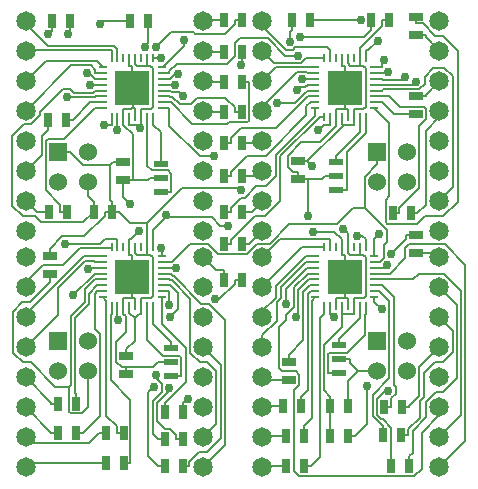
<source format=gtl>
G04 (created by PCBNEW (2013-mar-13)-testing) date Tue 23 Sep 2014 01:04:41 PM PDT*
%MOIN*%
G04 Gerber Fmt 3.4, Leading zero omitted, Abs format*
%FSLAX34Y34*%
G01*
G70*
G90*
G04 APERTURE LIST*
%ADD10C,0.005906*%
%ADD11R,0.045000X0.025000*%
%ADD12C,0.065000*%
%ADD13R,0.051200X0.019700*%
%ADD14R,0.030000X0.010000*%
%ADD15R,0.010000X0.030000*%
%ADD16R,0.118100X0.118100*%
%ADD17R,0.025000X0.045000*%
%ADD18R,0.060000X0.060000*%
%ADD19C,0.060000*%
%ADD20C,0.030000*%
%ADD21C,0.007000*%
G04 APERTURE END LIST*
G54D10*
G54D11*
X23897Y-24818D03*
X23897Y-25418D03*
G54D12*
X20669Y-20122D03*
X20669Y-21122D03*
X20669Y-22122D03*
X20669Y-23122D03*
X20669Y-24122D03*
X20669Y-25122D03*
X20669Y-26122D03*
X20669Y-27122D03*
X26574Y-27122D03*
X26574Y-26122D03*
X26574Y-25122D03*
X26574Y-24122D03*
X26574Y-23122D03*
X26574Y-22122D03*
X26574Y-21122D03*
X26574Y-20122D03*
X20669Y-27996D03*
X20669Y-28996D03*
X20669Y-29996D03*
X20669Y-30996D03*
X20669Y-31996D03*
X20669Y-32996D03*
X20669Y-33996D03*
X20669Y-34996D03*
X26574Y-34996D03*
X26574Y-33996D03*
X26574Y-32996D03*
X26574Y-31996D03*
X26574Y-30996D03*
X26574Y-29996D03*
X26574Y-28996D03*
X26574Y-27996D03*
X28543Y-20122D03*
X28543Y-21122D03*
X28543Y-22122D03*
X28543Y-23122D03*
X28543Y-24122D03*
X28543Y-25122D03*
X28543Y-26122D03*
X28543Y-27122D03*
X34448Y-27122D03*
X34448Y-26122D03*
X34448Y-25122D03*
X34448Y-24122D03*
X34448Y-23122D03*
X34448Y-22122D03*
X34448Y-21122D03*
X34448Y-20122D03*
X28543Y-27996D03*
X28543Y-28996D03*
X28543Y-29996D03*
X28543Y-30996D03*
X28543Y-31996D03*
X28543Y-32996D03*
X28543Y-33996D03*
X28543Y-34996D03*
X34448Y-34996D03*
X34448Y-33996D03*
X34448Y-32996D03*
X34448Y-31996D03*
X34448Y-30996D03*
X34448Y-29996D03*
X34448Y-28996D03*
X34448Y-27996D03*
G54D13*
X25157Y-25354D03*
X25157Y-24882D03*
X25157Y-25826D03*
X25492Y-31496D03*
X25492Y-31024D03*
X25492Y-31968D03*
X31003Y-25295D03*
X31003Y-25767D03*
X31003Y-24823D03*
X31102Y-31397D03*
X31102Y-31869D03*
X31102Y-30925D03*
G54D11*
X24015Y-31294D03*
X24015Y-31894D03*
G54D14*
X23228Y-22834D03*
X23228Y-22637D03*
X23228Y-22440D03*
X23228Y-23031D03*
G54D15*
X23523Y-23326D03*
X23720Y-23326D03*
X23917Y-23326D03*
X24114Y-23326D03*
X24310Y-23326D03*
X24507Y-23326D03*
X24704Y-23326D03*
X24901Y-23326D03*
G54D14*
X25196Y-21653D03*
X25196Y-23031D03*
X25196Y-22834D03*
X25196Y-22637D03*
X25196Y-22440D03*
X25196Y-22244D03*
X25196Y-22047D03*
X25196Y-21850D03*
G54D15*
X24901Y-21358D03*
X24704Y-21358D03*
X24507Y-21358D03*
X24310Y-21358D03*
X24114Y-21358D03*
X23917Y-21358D03*
X23720Y-21358D03*
X23523Y-21358D03*
G54D14*
X23228Y-21653D03*
X23228Y-21850D03*
X23228Y-22047D03*
X23228Y-22244D03*
G54D16*
X24212Y-22342D03*
G54D14*
X23228Y-29133D03*
X23228Y-28936D03*
X23228Y-28739D03*
X23228Y-29330D03*
G54D15*
X23523Y-29625D03*
X23720Y-29625D03*
X23917Y-29625D03*
X24114Y-29625D03*
X24310Y-29625D03*
X24507Y-29625D03*
X24704Y-29625D03*
X24901Y-29625D03*
G54D14*
X25196Y-27952D03*
X25196Y-29330D03*
X25196Y-29133D03*
X25196Y-28936D03*
X25196Y-28739D03*
X25196Y-28543D03*
X25196Y-28346D03*
X25196Y-28149D03*
G54D15*
X24901Y-27657D03*
X24704Y-27657D03*
X24507Y-27657D03*
X24310Y-27657D03*
X24114Y-27657D03*
X23917Y-27657D03*
X23720Y-27657D03*
X23523Y-27657D03*
G54D14*
X23228Y-27952D03*
X23228Y-28149D03*
X23228Y-28346D03*
X23228Y-28543D03*
G54D16*
X24212Y-28641D03*
G54D14*
X30315Y-22834D03*
X30315Y-22637D03*
X30315Y-22440D03*
X30315Y-23031D03*
G54D15*
X30610Y-23326D03*
X30807Y-23326D03*
X31004Y-23326D03*
X31201Y-23326D03*
X31397Y-23326D03*
X31594Y-23326D03*
X31791Y-23326D03*
X31988Y-23326D03*
G54D14*
X32283Y-21653D03*
X32283Y-23031D03*
X32283Y-22834D03*
X32283Y-22637D03*
X32283Y-22440D03*
X32283Y-22244D03*
X32283Y-22047D03*
X32283Y-21850D03*
G54D15*
X31988Y-21358D03*
X31791Y-21358D03*
X31594Y-21358D03*
X31397Y-21358D03*
X31201Y-21358D03*
X31004Y-21358D03*
X30807Y-21358D03*
X30610Y-21358D03*
G54D14*
X30315Y-21653D03*
X30315Y-21850D03*
X30315Y-22047D03*
X30315Y-22244D03*
G54D16*
X31299Y-22342D03*
G54D14*
X30315Y-29133D03*
X30315Y-28936D03*
X30315Y-28739D03*
X30315Y-29330D03*
G54D15*
X30610Y-29625D03*
X30807Y-29625D03*
X31004Y-29625D03*
X31201Y-29625D03*
X31397Y-29625D03*
X31594Y-29625D03*
X31791Y-29625D03*
X31988Y-29625D03*
G54D14*
X32283Y-27952D03*
X32283Y-29330D03*
X32283Y-29133D03*
X32283Y-28936D03*
X32283Y-28739D03*
X32283Y-28543D03*
X32283Y-28346D03*
X32283Y-28149D03*
G54D15*
X31988Y-27657D03*
X31791Y-27657D03*
X31594Y-27657D03*
X31397Y-27657D03*
X31201Y-27657D03*
X31004Y-27657D03*
X30807Y-27657D03*
X30610Y-27657D03*
G54D14*
X30315Y-27952D03*
X30315Y-28149D03*
X30315Y-28346D03*
X30315Y-28543D03*
G54D16*
X31299Y-28641D03*
G54D11*
X29724Y-24798D03*
X29724Y-25398D03*
G54D17*
X30802Y-32972D03*
X31402Y-32972D03*
X32613Y-32992D03*
X33213Y-32992D03*
X32574Y-33937D03*
X33174Y-33937D03*
X32849Y-34960D03*
X33449Y-34960D03*
G54D11*
X33661Y-27259D03*
X33661Y-27859D03*
G54D17*
X29925Y-34940D03*
X29325Y-34940D03*
X29925Y-33956D03*
X29325Y-33956D03*
X29827Y-32972D03*
X29227Y-32972D03*
G54D11*
X29429Y-31491D03*
X29429Y-32091D03*
G54D17*
X32888Y-26535D03*
X33488Y-26535D03*
G54D11*
X33661Y-23233D03*
X33661Y-22633D03*
X33661Y-19975D03*
X33661Y-20575D03*
G54D17*
X29522Y-20078D03*
X30122Y-20078D03*
X27259Y-27559D03*
X27859Y-27559D03*
X27259Y-26476D03*
X27859Y-26476D03*
X27259Y-25295D03*
X27859Y-25295D03*
X27259Y-24173D03*
X27859Y-24173D03*
X25290Y-34940D03*
X25890Y-34940D03*
X25290Y-34055D03*
X25890Y-34055D03*
X25290Y-33169D03*
X25890Y-33169D03*
X27859Y-28740D03*
X27259Y-28740D03*
X23922Y-34842D03*
X23322Y-34842D03*
X23922Y-33858D03*
X23322Y-33858D03*
X22347Y-33858D03*
X21747Y-33858D03*
X22347Y-32874D03*
X21747Y-32874D03*
X27859Y-23149D03*
X27259Y-23149D03*
X27859Y-22165D03*
X27259Y-22165D03*
X27859Y-21141D03*
X27259Y-21141D03*
X27859Y-20078D03*
X27259Y-20078D03*
X24748Y-20118D03*
X24148Y-20118D03*
X22051Y-26476D03*
X21451Y-26476D03*
X21992Y-23425D03*
X21392Y-23425D03*
X22150Y-20118D03*
X21550Y-20118D03*
X31402Y-33956D03*
X30802Y-33956D03*
X32180Y-20078D03*
X32780Y-20078D03*
G54D11*
X21456Y-28548D03*
X21456Y-27948D03*
G54D17*
X22928Y-26476D03*
X23528Y-26476D03*
G54D18*
X21744Y-24500D03*
G54D19*
X21744Y-25500D03*
X22744Y-24500D03*
X22744Y-25500D03*
G54D18*
X21744Y-30799D03*
G54D19*
X21744Y-31799D03*
X22744Y-30799D03*
X22744Y-31799D03*
G54D18*
X32374Y-24500D03*
G54D19*
X32374Y-25500D03*
X33374Y-24500D03*
X33374Y-25500D03*
G54D18*
X32374Y-30799D03*
G54D19*
X32374Y-31799D03*
X33374Y-30799D03*
X33374Y-31799D03*
G54D20*
X30212Y-24956D03*
X24466Y-23704D03*
X27850Y-25753D03*
X31241Y-27050D03*
X22082Y-20569D03*
X22038Y-22649D03*
X24634Y-20983D03*
X23263Y-23581D03*
X25015Y-20987D03*
X23720Y-23754D03*
X26982Y-29391D03*
X23745Y-30079D03*
X29455Y-20831D03*
X30415Y-23763D03*
X32849Y-27884D03*
X30926Y-29998D03*
X27846Y-21597D03*
X26941Y-24622D03*
X32744Y-32442D03*
X32529Y-29725D03*
X25015Y-31910D03*
X25454Y-29586D03*
X24933Y-32316D03*
X25467Y-29978D03*
X25745Y-21878D03*
X25678Y-28372D03*
X33307Y-21985D03*
X32716Y-28255D03*
X25174Y-27678D03*
X25933Y-20758D03*
X32607Y-21434D03*
X32449Y-27223D03*
X29733Y-21275D03*
X32729Y-21834D03*
X29044Y-22845D03*
X29796Y-20644D03*
X32025Y-32283D03*
X29658Y-29990D03*
X21976Y-27561D03*
X22703Y-21864D03*
X22751Y-28392D03*
X29875Y-22065D03*
X29354Y-29543D03*
X22800Y-22244D03*
X22227Y-29266D03*
X29699Y-22413D03*
X25895Y-22631D03*
X25634Y-22251D03*
X33681Y-22145D03*
X31716Y-27281D03*
X25175Y-21354D03*
X25330Y-26601D03*
X32412Y-20776D03*
X27417Y-26940D03*
X24440Y-27134D03*
X24145Y-26226D03*
X30238Y-27146D03*
X30055Y-26636D03*
X26061Y-32715D03*
X25451Y-32346D03*
X31823Y-20078D03*
X23128Y-20216D03*
X21420Y-20570D03*
G54D21*
X24114Y-29625D02*
X24114Y-29845D01*
X24015Y-31294D02*
X24015Y-31064D01*
X24704Y-21358D02*
X24704Y-21578D01*
X24310Y-21546D02*
X24310Y-21358D01*
X24377Y-21613D02*
X24310Y-21546D01*
X24669Y-21613D02*
X24377Y-21613D01*
X24704Y-21578D02*
X24669Y-21613D01*
X24507Y-23326D02*
X24507Y-23071D01*
X24838Y-23071D02*
X24507Y-23071D01*
X24908Y-23002D02*
X24838Y-23071D01*
X24908Y-21702D02*
X24908Y-23002D01*
X24819Y-21613D02*
X24908Y-21702D01*
X24739Y-21613D02*
X24819Y-21613D01*
X24704Y-21578D02*
X24739Y-21613D01*
X24507Y-23326D02*
X24507Y-23581D01*
X24114Y-23326D02*
X24114Y-23581D01*
X31791Y-27657D02*
X31791Y-27912D01*
X31915Y-21613D02*
X31791Y-21613D01*
X31994Y-21692D02*
X31915Y-21613D01*
X31994Y-22995D02*
X31994Y-21692D01*
X31918Y-23071D02*
X31994Y-22995D01*
X31594Y-23071D02*
X31918Y-23071D01*
X24507Y-29625D02*
X24507Y-29880D01*
X24435Y-29880D02*
X24292Y-30023D01*
X24507Y-29880D02*
X24435Y-29880D01*
X24292Y-30787D02*
X24292Y-30023D01*
X24015Y-31064D02*
X24292Y-30787D01*
X24292Y-30023D02*
X24114Y-29845D01*
X31594Y-29880D02*
X31201Y-29880D01*
X31594Y-29625D02*
X31594Y-29880D01*
X31201Y-29625D02*
X31201Y-29880D01*
X30802Y-33956D02*
X30802Y-32972D01*
X31201Y-30319D02*
X31201Y-29880D01*
X30596Y-30924D02*
X31201Y-30319D01*
X30596Y-32436D02*
X30596Y-30924D01*
X30802Y-32642D02*
X30596Y-32436D01*
X30802Y-32972D02*
X30802Y-32642D01*
X31464Y-27912D02*
X31791Y-27912D01*
X31397Y-27845D02*
X31464Y-27912D01*
X31397Y-27657D02*
X31397Y-27845D01*
X31925Y-29370D02*
X31594Y-29370D01*
X31994Y-29301D02*
X31925Y-29370D01*
X31994Y-28004D02*
X31994Y-29301D01*
X31903Y-27912D02*
X31994Y-28004D01*
X31791Y-27912D02*
X31903Y-27912D01*
X31594Y-29625D02*
X31594Y-29370D01*
X31791Y-21358D02*
X31791Y-21578D01*
X31791Y-21578D02*
X31791Y-21613D01*
X31397Y-21538D02*
X31397Y-21358D01*
X31472Y-21613D02*
X31397Y-21538D01*
X31791Y-21613D02*
X31472Y-21613D01*
X32780Y-20078D02*
X32550Y-20078D01*
X24838Y-29370D02*
X24507Y-29370D01*
X24908Y-29301D02*
X24838Y-29370D01*
X24908Y-28002D02*
X24908Y-29301D01*
X24818Y-27912D02*
X24908Y-28002D01*
X24704Y-27912D02*
X24818Y-27912D01*
X24704Y-27657D02*
X24704Y-27912D01*
X24507Y-29625D02*
X24507Y-29370D01*
X31594Y-23234D02*
X31594Y-23071D01*
X21456Y-27948D02*
X21456Y-27717D01*
X21744Y-24500D02*
X22149Y-24500D01*
X23897Y-24818D02*
X23567Y-24818D01*
X21868Y-27306D02*
X21456Y-27717D01*
X22612Y-27306D02*
X21868Y-27306D01*
X23298Y-26620D02*
X22612Y-27306D01*
X23298Y-26476D02*
X23298Y-26620D01*
X23528Y-26476D02*
X23298Y-26476D01*
X23528Y-26476D02*
X23528Y-26146D01*
X29724Y-24798D02*
X30054Y-24798D01*
X31594Y-23234D02*
X31594Y-23326D01*
X31594Y-23326D02*
X31594Y-23581D01*
X31201Y-23326D02*
X31201Y-23549D01*
X31594Y-23581D02*
X31233Y-23581D01*
X31201Y-23549D02*
X31233Y-23581D01*
X31201Y-23549D02*
X31201Y-23549D01*
X30054Y-24798D02*
X30212Y-24956D01*
X31233Y-23619D02*
X30054Y-24798D01*
X31233Y-23581D02*
X31233Y-23619D01*
X24135Y-23602D02*
X24466Y-23602D01*
X24114Y-23581D02*
X24135Y-23602D01*
X24486Y-23602D02*
X24507Y-23581D01*
X24466Y-23602D02*
X24486Y-23602D01*
X24466Y-23704D02*
X24466Y-23602D01*
X24704Y-27657D02*
X24704Y-27402D01*
X24377Y-27912D02*
X24704Y-27912D01*
X24310Y-27845D02*
X24377Y-27912D01*
X24310Y-27657D02*
X24310Y-27845D01*
X27786Y-25689D02*
X27850Y-25753D01*
X25880Y-25689D02*
X27786Y-25689D01*
X24704Y-26866D02*
X25880Y-25689D01*
X24704Y-26866D02*
X24704Y-27402D01*
X24148Y-26866D02*
X24704Y-26866D01*
X23758Y-26476D02*
X24148Y-26866D01*
X23528Y-26476D02*
X23758Y-26476D01*
X31791Y-21036D02*
X31791Y-21358D01*
X32550Y-20277D02*
X31791Y-21036D01*
X32550Y-20078D02*
X32550Y-20277D01*
X23476Y-26094D02*
X23476Y-24909D01*
X23528Y-26146D02*
X23476Y-26094D01*
X22558Y-24909D02*
X23476Y-24909D01*
X22149Y-24500D02*
X22558Y-24909D01*
X23476Y-24909D02*
X23567Y-24818D01*
X31397Y-27206D02*
X31397Y-27657D01*
X31241Y-27050D02*
X31397Y-27206D01*
X22961Y-22649D02*
X22973Y-22637D01*
X22038Y-22649D02*
X22961Y-22649D01*
X23228Y-22637D02*
X22973Y-22637D01*
X22082Y-20516D02*
X22082Y-20569D01*
X22150Y-20448D02*
X22082Y-20516D01*
X22150Y-20118D02*
X22150Y-20448D01*
X22347Y-32874D02*
X22347Y-32543D01*
X23051Y-28936D02*
X23228Y-28936D01*
X22780Y-29207D02*
X23051Y-28936D01*
X22780Y-29551D02*
X22780Y-29207D01*
X22312Y-30019D02*
X22780Y-29551D01*
X22312Y-32509D02*
X22312Y-30019D01*
X22347Y-32543D02*
X22312Y-32509D01*
X29009Y-23687D02*
X30060Y-22637D01*
X27830Y-23687D02*
X29009Y-23687D01*
X27489Y-24029D02*
X27830Y-23687D01*
X27489Y-24173D02*
X27489Y-24029D01*
X27259Y-24173D02*
X27489Y-24173D01*
X30315Y-22637D02*
X30060Y-22637D01*
X30150Y-28936D02*
X30315Y-28936D01*
X29917Y-29169D02*
X30150Y-28936D01*
X29917Y-30772D02*
X29917Y-29169D01*
X29429Y-31261D02*
X29917Y-30772D01*
X29429Y-31491D02*
X29429Y-31261D01*
X21992Y-23425D02*
X22223Y-23425D01*
X22813Y-22834D02*
X23228Y-22834D01*
X22223Y-23425D02*
X22813Y-22834D01*
X23052Y-29133D02*
X23228Y-29133D01*
X22973Y-29212D02*
X23052Y-29133D01*
X22973Y-30394D02*
X22973Y-29212D01*
X23150Y-30571D02*
X22973Y-30394D01*
X23150Y-33284D02*
X23150Y-30571D01*
X22577Y-33858D02*
X23150Y-33284D01*
X22347Y-33858D02*
X22577Y-33858D01*
X30156Y-22834D02*
X30315Y-22834D01*
X30019Y-22971D02*
X30156Y-22834D01*
X30019Y-23257D02*
X30019Y-22971D01*
X28663Y-24613D02*
X30019Y-23257D01*
X28027Y-24613D02*
X28663Y-24613D01*
X27489Y-25151D02*
X28027Y-24613D01*
X27489Y-25295D02*
X27489Y-25151D01*
X27259Y-25295D02*
X27489Y-25295D01*
X29827Y-32972D02*
X29827Y-32642D01*
X30156Y-29133D02*
X30315Y-29133D01*
X30058Y-29232D02*
X30156Y-29133D01*
X30058Y-32411D02*
X30058Y-29232D01*
X29827Y-32642D02*
X30058Y-32411D01*
X21947Y-24057D02*
X22973Y-23031D01*
X21407Y-24057D02*
X21947Y-24057D01*
X21338Y-24125D02*
X21407Y-24057D01*
X21338Y-25763D02*
X21338Y-24125D01*
X21821Y-26246D02*
X21338Y-25763D01*
X21821Y-26476D02*
X21821Y-26246D01*
X22051Y-26476D02*
X21821Y-26476D01*
X23228Y-23031D02*
X22973Y-23031D01*
X23349Y-29452D02*
X23228Y-29330D01*
X23349Y-33286D02*
X23349Y-29452D01*
X23691Y-33628D02*
X23349Y-33286D01*
X23691Y-33858D02*
X23691Y-33628D01*
X23922Y-33858D02*
X23691Y-33858D01*
X27259Y-26476D02*
X27489Y-26476D01*
X30315Y-23273D02*
X30315Y-23031D01*
X29001Y-24586D02*
X30315Y-23273D01*
X29001Y-25284D02*
X29001Y-24586D01*
X28663Y-25622D02*
X29001Y-25284D01*
X28343Y-25622D02*
X28663Y-25622D01*
X27956Y-26009D02*
X28343Y-25622D01*
X27823Y-26009D02*
X27956Y-26009D01*
X27489Y-26343D02*
X27823Y-26009D01*
X27489Y-26476D02*
X27489Y-26343D01*
X29925Y-33956D02*
X29925Y-33626D01*
X30198Y-33354D02*
X29925Y-33626D01*
X30198Y-29447D02*
X30198Y-33354D01*
X30315Y-29330D02*
X30198Y-29447D01*
X23523Y-23326D02*
X23523Y-23581D01*
X23523Y-23581D02*
X23263Y-23581D01*
X24748Y-20869D02*
X24634Y-20983D01*
X24748Y-20118D02*
X24748Y-20869D01*
X23922Y-34842D02*
X24152Y-34842D01*
X23523Y-29625D02*
X23523Y-29880D01*
X23490Y-29914D02*
X23523Y-29880D01*
X23490Y-32100D02*
X23490Y-29914D01*
X24152Y-32762D02*
X23490Y-32100D01*
X24152Y-34842D02*
X24152Y-32762D01*
X30460Y-23326D02*
X30610Y-23326D01*
X29148Y-24638D02*
X30460Y-23326D01*
X29148Y-26127D02*
X29148Y-24638D01*
X28653Y-26622D02*
X29148Y-26127D01*
X28289Y-26622D02*
X28653Y-26622D01*
X27489Y-27422D02*
X28289Y-26622D01*
X27489Y-27559D02*
X27489Y-27422D01*
X27259Y-27559D02*
X27489Y-27559D01*
X30455Y-30035D02*
X30610Y-29880D01*
X30455Y-34641D02*
X30455Y-30035D01*
X30156Y-34940D02*
X30455Y-34641D01*
X29925Y-34940D02*
X30156Y-34940D01*
X30610Y-29625D02*
X30610Y-29880D01*
X23720Y-23754D02*
X23720Y-23326D01*
X27859Y-20078D02*
X27628Y-20078D01*
X25502Y-20501D02*
X25015Y-20987D01*
X26256Y-20501D02*
X25502Y-20501D01*
X26311Y-20556D02*
X26256Y-20501D01*
X27294Y-20556D02*
X26311Y-20556D01*
X27628Y-20221D02*
X27294Y-20556D01*
X27628Y-20078D02*
X27628Y-20221D01*
X27859Y-28740D02*
X27628Y-28740D01*
X27114Y-29391D02*
X26982Y-29391D01*
X27628Y-28876D02*
X27114Y-29391D01*
X27628Y-28740D02*
X27628Y-28876D01*
X23720Y-30054D02*
X23745Y-30079D01*
X23720Y-29625D02*
X23720Y-30054D01*
X30596Y-23581D02*
X30415Y-23763D01*
X30807Y-23581D02*
X30596Y-23581D01*
X29522Y-20078D02*
X29522Y-20408D01*
X29455Y-20476D02*
X29455Y-20831D01*
X29522Y-20408D02*
X29455Y-20476D01*
X30807Y-23326D02*
X30807Y-23581D01*
X30808Y-29880D02*
X30926Y-29998D01*
X30807Y-29880D02*
X30808Y-29880D01*
X33661Y-27259D02*
X33331Y-27259D01*
X30807Y-29625D02*
X30807Y-29880D01*
X33331Y-27403D02*
X32849Y-27884D01*
X33331Y-27259D02*
X33331Y-27403D01*
X25451Y-23607D02*
X25451Y-23031D01*
X26465Y-24622D02*
X25451Y-23607D01*
X26941Y-24622D02*
X26465Y-24622D01*
X25196Y-23031D02*
X25451Y-23031D01*
X27859Y-21584D02*
X27846Y-21597D01*
X27859Y-21141D02*
X27859Y-21584D01*
X25290Y-33169D02*
X25290Y-32839D01*
X25323Y-32839D02*
X25290Y-32839D01*
X25993Y-32169D02*
X25323Y-32839D01*
X25993Y-31015D02*
X25993Y-32169D01*
X25196Y-30218D02*
X25993Y-31015D01*
X25196Y-29330D02*
X25196Y-30218D01*
X32783Y-23531D02*
X32283Y-23031D01*
X32783Y-25955D02*
X32783Y-23531D01*
X32658Y-26079D02*
X32783Y-25955D01*
X32658Y-26834D02*
X32658Y-26079D01*
X32702Y-26877D02*
X32658Y-26834D01*
X33713Y-26877D02*
X32702Y-26877D01*
X33969Y-26622D02*
X33713Y-26877D01*
X34576Y-26622D02*
X33969Y-26622D01*
X35058Y-26140D02*
X34576Y-26622D01*
X35058Y-21122D02*
X35058Y-26140D01*
X34557Y-20622D02*
X35058Y-21122D01*
X34307Y-20622D02*
X34557Y-20622D01*
X33891Y-20205D02*
X34307Y-20622D01*
X33661Y-20205D02*
X33891Y-20205D01*
X33661Y-19975D02*
X33661Y-20205D01*
X32653Y-32442D02*
X32744Y-32442D01*
X32363Y-32732D02*
X32653Y-32442D01*
X32363Y-33247D02*
X32363Y-32732D01*
X32512Y-33396D02*
X32363Y-33247D01*
X32561Y-33396D02*
X32512Y-33396D01*
X32849Y-33684D02*
X32561Y-33396D01*
X32849Y-34960D02*
X32849Y-33684D01*
X32283Y-29478D02*
X32529Y-29725D01*
X32283Y-29330D02*
X32283Y-29478D01*
X25502Y-22834D02*
X25196Y-22834D01*
X26220Y-23552D02*
X25502Y-22834D01*
X27370Y-23552D02*
X26220Y-23552D01*
X27430Y-23491D02*
X27370Y-23552D01*
X28039Y-23491D02*
X27430Y-23491D01*
X28089Y-23442D02*
X28039Y-23491D01*
X28089Y-22165D02*
X28089Y-23442D01*
X27859Y-22165D02*
X28089Y-22165D01*
X25196Y-29133D02*
X25451Y-29133D01*
X25290Y-34055D02*
X25060Y-34055D01*
X24894Y-33888D02*
X25060Y-34055D01*
X24894Y-32777D02*
X24894Y-33888D01*
X25188Y-32483D02*
X24894Y-32777D01*
X25188Y-32210D02*
X25188Y-32483D01*
X25015Y-32037D02*
X25188Y-32210D01*
X25015Y-32037D02*
X25015Y-32037D01*
X25015Y-31910D02*
X25015Y-32037D01*
X25451Y-29584D02*
X25454Y-29586D01*
X25451Y-29133D02*
X25451Y-29584D01*
X32283Y-22834D02*
X32538Y-22834D01*
X32936Y-23233D02*
X32538Y-22834D01*
X33661Y-23233D02*
X32936Y-23233D01*
X32574Y-33937D02*
X32574Y-33606D01*
X32524Y-33606D02*
X32574Y-33606D01*
X32223Y-33306D02*
X32524Y-33606D01*
X32223Y-32602D02*
X32223Y-33306D01*
X32786Y-32039D02*
X32223Y-32602D01*
X32786Y-29469D02*
X32786Y-32039D01*
X32451Y-29133D02*
X32786Y-29469D01*
X32283Y-29133D02*
X32451Y-29133D01*
X27859Y-23149D02*
X27628Y-23149D01*
X25196Y-22637D02*
X25451Y-22637D01*
X27628Y-23005D02*
X27628Y-23149D01*
X27296Y-22673D02*
X27628Y-23005D01*
X26383Y-22673D02*
X27296Y-22673D01*
X26168Y-22889D02*
X26383Y-22673D01*
X25792Y-22889D02*
X26168Y-22889D01*
X25550Y-22646D02*
X25792Y-22889D01*
X25461Y-22646D02*
X25550Y-22646D01*
X25451Y-22637D02*
X25461Y-22646D01*
X25290Y-34940D02*
X25060Y-34940D01*
X24750Y-34630D02*
X25060Y-34940D01*
X24750Y-32500D02*
X24750Y-34630D01*
X24933Y-32316D02*
X24750Y-32500D01*
X25725Y-29719D02*
X25467Y-29978D01*
X25725Y-29201D02*
X25725Y-29719D01*
X25461Y-28936D02*
X25725Y-29201D01*
X25196Y-28936D02*
X25461Y-28936D01*
X32769Y-22637D02*
X32283Y-22637D01*
X33134Y-23002D02*
X32769Y-22637D01*
X33929Y-23002D02*
X33134Y-23002D01*
X33991Y-23064D02*
X33929Y-23002D01*
X33991Y-23403D02*
X33991Y-23064D01*
X33782Y-23612D02*
X33991Y-23403D01*
X33782Y-25684D02*
X33782Y-23612D01*
X33119Y-26348D02*
X33782Y-25684D01*
X33119Y-26535D02*
X33119Y-26348D01*
X32888Y-26535D02*
X33119Y-26535D01*
X32613Y-32992D02*
X32843Y-32992D01*
X32283Y-28936D02*
X32538Y-28936D01*
X32928Y-29326D02*
X32538Y-28936D01*
X32928Y-32266D02*
X32928Y-29326D01*
X32999Y-32336D02*
X32928Y-32266D01*
X32999Y-32548D02*
X32999Y-32336D01*
X32843Y-32704D02*
X32999Y-32548D01*
X32843Y-32992D02*
X32843Y-32704D01*
X25478Y-22047D02*
X25196Y-22047D01*
X25647Y-21878D02*
X25478Y-22047D01*
X25745Y-21878D02*
X25647Y-21878D01*
X25477Y-28372D02*
X25451Y-28346D01*
X25678Y-28372D02*
X25477Y-28372D01*
X25196Y-28346D02*
X25451Y-28346D01*
X32283Y-22047D02*
X32538Y-22047D01*
X33197Y-22094D02*
X33307Y-21985D01*
X32585Y-22094D02*
X33197Y-22094D01*
X32538Y-22047D02*
X32585Y-22094D01*
X32624Y-28346D02*
X32716Y-28255D01*
X32283Y-28346D02*
X32624Y-28346D01*
X25245Y-21653D02*
X25196Y-21653D01*
X25933Y-20964D02*
X25245Y-21653D01*
X25933Y-20758D02*
X25933Y-20964D01*
X25196Y-27700D02*
X25174Y-27678D01*
X25196Y-27952D02*
X25196Y-27700D01*
X32538Y-21504D02*
X32538Y-21653D01*
X32607Y-21434D02*
X32538Y-21504D01*
X32283Y-21653D02*
X32538Y-21653D01*
X32283Y-27388D02*
X32449Y-27223D01*
X32283Y-27952D02*
X32283Y-27388D01*
X25196Y-21850D02*
X25451Y-21850D01*
X29320Y-21275D02*
X29733Y-21275D01*
X28730Y-20685D02*
X29320Y-21275D01*
X27811Y-20685D02*
X28730Y-20685D01*
X27628Y-20867D02*
X27811Y-20685D01*
X27628Y-21293D02*
X27628Y-20867D01*
X27357Y-21564D02*
X27628Y-21293D01*
X25690Y-21564D02*
X27357Y-21564D01*
X25451Y-21803D02*
X25690Y-21564D01*
X25451Y-21850D02*
X25451Y-21803D01*
X32283Y-21850D02*
X32538Y-21850D01*
X32713Y-21850D02*
X32729Y-21834D01*
X32538Y-21850D02*
X32713Y-21850D01*
X32374Y-24500D02*
X32374Y-24905D01*
X31965Y-25313D02*
X31965Y-26349D01*
X32374Y-24905D02*
X31965Y-25313D01*
X32458Y-28149D02*
X32283Y-28149D01*
X32594Y-28013D02*
X32458Y-28149D01*
X32594Y-27590D02*
X32594Y-28013D01*
X32705Y-27480D02*
X32594Y-27590D01*
X32705Y-27089D02*
X32705Y-27480D01*
X31965Y-26349D02*
X32705Y-27089D01*
X25541Y-28149D02*
X25196Y-28149D01*
X26131Y-27559D02*
X25541Y-28149D01*
X26746Y-27559D02*
X26131Y-27559D01*
X27085Y-27898D02*
X26746Y-27559D01*
X28033Y-27898D02*
X27085Y-27898D01*
X28378Y-27552D02*
X28033Y-27898D01*
X28788Y-27552D02*
X28378Y-27552D01*
X29449Y-26891D02*
X28788Y-27552D01*
X31040Y-26891D02*
X29449Y-26891D01*
X31582Y-26349D02*
X31040Y-26891D01*
X31965Y-26349D02*
X31582Y-26349D01*
X30315Y-22440D02*
X30060Y-22440D01*
X29641Y-22845D02*
X29044Y-22845D01*
X30005Y-22482D02*
X29641Y-22845D01*
X30018Y-22482D02*
X30005Y-22482D01*
X30060Y-22440D02*
X30018Y-22482D01*
X32180Y-20078D02*
X32180Y-20408D01*
X31945Y-20644D02*
X29796Y-20644D01*
X32180Y-20408D02*
X31945Y-20644D01*
X22744Y-25962D02*
X22744Y-25500D01*
X22928Y-26146D02*
X22744Y-25962D01*
X22928Y-26476D02*
X22928Y-26476D01*
X22928Y-26476D02*
X22928Y-26146D01*
X22585Y-26819D02*
X22928Y-26476D01*
X21168Y-26819D02*
X22585Y-26819D01*
X20971Y-26622D02*
X21168Y-26819D01*
X20559Y-26622D02*
X20971Y-26622D01*
X20219Y-26282D02*
X20559Y-26622D01*
X20219Y-23952D02*
X20219Y-26282D01*
X20618Y-23553D02*
X20219Y-23952D01*
X20846Y-23553D02*
X20618Y-23553D01*
X21131Y-23268D02*
X20846Y-23553D01*
X21131Y-23168D02*
X21131Y-23268D01*
X21905Y-22394D02*
X21131Y-23168D01*
X22144Y-22394D02*
X21905Y-22394D01*
X22257Y-22507D02*
X22144Y-22394D01*
X22899Y-22507D02*
X22257Y-22507D01*
X22965Y-22440D02*
X22899Y-22507D01*
X23228Y-22440D02*
X22965Y-22440D01*
X21644Y-32321D02*
X22117Y-32321D01*
X20828Y-31505D02*
X21644Y-32321D01*
X20567Y-31505D02*
X20828Y-31505D01*
X20236Y-31174D02*
X20567Y-31505D01*
X20236Y-29809D02*
X20236Y-31174D01*
X20550Y-29496D02*
X20236Y-29809D01*
X20791Y-29496D02*
X20550Y-29496D01*
X21456Y-28831D02*
X20791Y-29496D01*
X21456Y-28548D02*
X21456Y-28831D01*
X22117Y-33151D02*
X22117Y-32321D01*
X22169Y-33204D02*
X22117Y-33151D01*
X22535Y-33204D02*
X22169Y-33204D01*
X22744Y-32995D02*
X22535Y-33204D01*
X22744Y-31799D02*
X22744Y-32995D01*
X23228Y-28739D02*
X22973Y-28739D01*
X22640Y-29072D02*
X22973Y-28739D01*
X22640Y-29493D02*
X22640Y-29072D01*
X22172Y-29961D02*
X22640Y-29493D01*
X22172Y-32266D02*
X22172Y-29961D01*
X22117Y-32321D02*
X22172Y-32266D01*
X31402Y-33956D02*
X31632Y-33956D01*
X32025Y-32283D02*
X32025Y-32283D01*
X32025Y-33563D02*
X32025Y-32283D01*
X31632Y-33956D02*
X32025Y-33563D01*
X30116Y-28739D02*
X30315Y-28739D01*
X29749Y-29106D02*
X30116Y-28739D01*
X29749Y-29899D02*
X29749Y-29106D01*
X29658Y-29990D02*
X29749Y-29899D01*
X20669Y-20220D02*
X20669Y-20122D01*
X21392Y-20943D02*
X20669Y-20220D01*
X23596Y-20943D02*
X21392Y-20943D01*
X23720Y-21067D02*
X23596Y-20943D01*
X23720Y-21358D02*
X23720Y-21067D01*
X23720Y-27657D02*
X23720Y-27402D01*
X23139Y-27561D02*
X21976Y-27561D01*
X23298Y-27402D02*
X23139Y-27561D01*
X23720Y-27402D02*
X23298Y-27402D01*
X30807Y-21358D02*
X30807Y-21103D01*
X30706Y-21003D02*
X30807Y-21103D01*
X29644Y-21003D02*
X30706Y-21003D01*
X29561Y-21086D02*
X29644Y-21003D01*
X29349Y-21086D02*
X29561Y-21086D01*
X28543Y-20280D02*
X29349Y-21086D01*
X28543Y-20122D02*
X28543Y-20280D01*
X29136Y-27402D02*
X28543Y-27996D01*
X30807Y-27402D02*
X29136Y-27402D01*
X30807Y-27657D02*
X30807Y-27402D01*
X20687Y-21103D02*
X20669Y-21122D01*
X23523Y-21103D02*
X20687Y-21103D01*
X23523Y-21358D02*
X23523Y-21103D01*
X20669Y-28825D02*
X20669Y-28996D01*
X21225Y-28268D02*
X20669Y-28825D01*
X21895Y-28268D02*
X21225Y-28268D01*
X22462Y-27701D02*
X21895Y-28268D01*
X23479Y-27701D02*
X22462Y-27701D01*
X23523Y-27657D02*
X23479Y-27701D01*
X30010Y-21358D02*
X30610Y-21358D01*
X29839Y-21530D02*
X30010Y-21358D01*
X28951Y-21530D02*
X29839Y-21530D01*
X28543Y-21122D02*
X28951Y-21530D01*
X29881Y-27657D02*
X28543Y-28996D01*
X30610Y-27657D02*
X29881Y-27657D01*
X21334Y-21456D02*
X20669Y-22122D01*
X23031Y-21456D02*
X21334Y-21456D01*
X23228Y-21653D02*
X23031Y-21456D01*
X23228Y-27952D02*
X22973Y-27952D01*
X20669Y-29890D02*
X20669Y-29996D01*
X22607Y-27952D02*
X20669Y-29890D01*
X22973Y-27952D02*
X22607Y-27952D01*
X30043Y-21670D02*
X30060Y-21653D01*
X28995Y-21670D02*
X30043Y-21670D01*
X28543Y-22122D02*
X28995Y-21670D01*
X30315Y-21653D02*
X30060Y-21653D01*
X30315Y-27952D02*
X30060Y-27952D01*
X28543Y-29796D02*
X28543Y-29996D01*
X28994Y-29344D02*
X28543Y-29796D01*
X28994Y-28961D02*
X28994Y-29344D01*
X30004Y-27952D02*
X28994Y-28961D01*
X30060Y-27952D02*
X30004Y-27952D01*
X22186Y-21604D02*
X20669Y-23122D01*
X22830Y-21604D02*
X22186Y-21604D01*
X22973Y-21747D02*
X22830Y-21604D01*
X22973Y-21850D02*
X22973Y-21747D01*
X23228Y-21850D02*
X22973Y-21850D01*
X23228Y-28149D02*
X22973Y-28149D01*
X22961Y-28137D02*
X22973Y-28149D01*
X22645Y-28137D02*
X22961Y-28137D01*
X21749Y-29033D02*
X22645Y-28137D01*
X21749Y-29916D02*
X21749Y-29033D01*
X20669Y-30996D02*
X21749Y-29916D01*
X30315Y-21850D02*
X30060Y-21850D01*
X30020Y-21810D02*
X30060Y-21850D01*
X29719Y-21810D02*
X30020Y-21810D01*
X28543Y-22986D02*
X29719Y-21810D01*
X28543Y-23122D02*
X28543Y-22986D01*
X30315Y-28149D02*
X30060Y-28149D01*
X28543Y-30604D02*
X28543Y-30996D01*
X29037Y-30110D02*
X28543Y-30604D01*
X29037Y-29500D02*
X29037Y-30110D01*
X29176Y-29360D02*
X29037Y-29500D01*
X29176Y-28983D02*
X29176Y-29360D01*
X30010Y-28149D02*
X29176Y-28983D01*
X30060Y-28149D02*
X30010Y-28149D01*
X22781Y-21864D02*
X22703Y-21864D01*
X22964Y-22047D02*
X22781Y-21864D01*
X23228Y-22047D02*
X22964Y-22047D01*
X22797Y-28346D02*
X22751Y-28392D01*
X23228Y-28346D02*
X22797Y-28346D01*
X30315Y-22047D02*
X30060Y-22047D01*
X29893Y-22047D02*
X29875Y-22065D01*
X30060Y-22047D02*
X29893Y-22047D01*
X30049Y-28346D02*
X30315Y-28346D01*
X29354Y-29041D02*
X30049Y-28346D01*
X29354Y-29543D02*
X29354Y-29041D01*
X23228Y-22244D02*
X22800Y-22244D01*
X22961Y-28543D02*
X23228Y-28543D01*
X22238Y-29266D02*
X22961Y-28543D01*
X22227Y-29266D02*
X22238Y-29266D01*
X30056Y-22244D02*
X30315Y-22244D01*
X29980Y-22320D02*
X30056Y-22244D01*
X29792Y-22320D02*
X29980Y-22320D01*
X29699Y-22413D02*
X29792Y-22320D01*
X30315Y-28543D02*
X30060Y-28543D01*
X29609Y-28994D02*
X30060Y-28543D01*
X29609Y-29649D02*
X29609Y-28994D01*
X29332Y-29927D02*
X29609Y-29649D01*
X29332Y-30105D02*
X29332Y-29927D01*
X29098Y-30338D02*
X29332Y-30105D01*
X29098Y-31673D02*
X29098Y-30338D01*
X29216Y-31791D02*
X29098Y-31673D01*
X29655Y-31791D02*
X29216Y-31791D01*
X29772Y-31908D02*
X29655Y-31791D01*
X29772Y-32261D02*
X29772Y-31908D01*
X29597Y-32436D02*
X29772Y-32261D01*
X29597Y-35129D02*
X29597Y-32436D01*
X29766Y-35299D02*
X29597Y-35129D01*
X33618Y-35299D02*
X29766Y-35299D01*
X33869Y-35047D02*
X33618Y-35299D01*
X33869Y-33848D02*
X33869Y-35047D01*
X34448Y-33269D02*
X33869Y-33848D01*
X34448Y-32996D02*
X34448Y-33269D01*
X25196Y-22440D02*
X25451Y-22440D01*
X25770Y-22506D02*
X25895Y-22631D01*
X25528Y-22506D02*
X25770Y-22506D01*
X25462Y-22440D02*
X25528Y-22506D01*
X25451Y-22440D02*
X25462Y-22440D01*
X27005Y-33565D02*
X26574Y-33996D01*
X27005Y-31803D02*
X27005Y-33565D01*
X26693Y-31491D02*
X27005Y-31803D01*
X26460Y-31491D02*
X26693Y-31491D01*
X26144Y-31175D02*
X26460Y-31491D01*
X26144Y-29384D02*
X26144Y-31175D01*
X25528Y-28768D02*
X26144Y-29384D01*
X25480Y-28768D02*
X25528Y-28768D01*
X25451Y-28739D02*
X25480Y-28768D01*
X25196Y-28739D02*
X25451Y-28739D01*
X32283Y-22440D02*
X32538Y-22440D01*
X34901Y-25668D02*
X34448Y-26122D01*
X34901Y-21964D02*
X34901Y-25668D01*
X34619Y-21681D02*
X34901Y-21964D01*
X34251Y-21681D02*
X34619Y-21681D01*
X33956Y-21977D02*
X34251Y-21681D01*
X33956Y-22231D02*
X33956Y-21977D01*
X33786Y-22400D02*
X33956Y-22231D01*
X32578Y-22400D02*
X33786Y-22400D01*
X32538Y-22440D02*
X32578Y-22400D01*
X33576Y-28739D02*
X32283Y-28739D01*
X33759Y-28556D02*
X33576Y-28739D01*
X34619Y-28556D02*
X33759Y-28556D01*
X35176Y-29114D02*
X34619Y-28556D01*
X35176Y-33268D02*
X35176Y-29114D01*
X34448Y-33996D02*
X35176Y-33268D01*
X25627Y-22244D02*
X25634Y-22251D01*
X25196Y-22244D02*
X25627Y-22244D01*
X27312Y-34258D02*
X26574Y-34996D01*
X27312Y-30100D02*
X27312Y-34258D01*
X26757Y-29545D02*
X27312Y-30100D01*
X26510Y-29545D02*
X26757Y-29545D01*
X25593Y-28627D02*
X26510Y-29545D01*
X25573Y-28627D02*
X25593Y-28627D01*
X25489Y-28543D02*
X25573Y-28627D01*
X25196Y-28543D02*
X25489Y-28543D01*
X33581Y-22244D02*
X33681Y-22145D01*
X32283Y-22244D02*
X33581Y-22244D01*
X32283Y-28543D02*
X32538Y-28543D01*
X32788Y-28543D02*
X32538Y-28543D01*
X33297Y-28034D02*
X32788Y-28543D01*
X33297Y-27698D02*
X33297Y-28034D01*
X33437Y-27559D02*
X33297Y-27698D01*
X34623Y-27559D02*
X33437Y-27559D01*
X35316Y-28251D02*
X34623Y-27559D01*
X35316Y-34128D02*
X35316Y-28251D01*
X34448Y-34996D02*
X35316Y-34128D01*
X31988Y-27657D02*
X31988Y-27402D01*
X24905Y-21354D02*
X24901Y-21358D01*
X25175Y-21354D02*
X24905Y-21354D01*
X31867Y-27281D02*
X31716Y-27281D01*
X31988Y-27402D02*
X31867Y-27281D01*
X32085Y-21103D02*
X31988Y-21103D01*
X32412Y-20776D02*
X32085Y-21103D01*
X31988Y-21358D02*
X31988Y-21103D01*
X25330Y-26666D02*
X25330Y-26601D01*
X24901Y-27094D02*
X25330Y-26666D01*
X24901Y-27657D02*
X24901Y-27094D01*
X27138Y-26940D02*
X27417Y-26940D01*
X26864Y-26666D02*
X27138Y-26940D01*
X25330Y-26666D02*
X26864Y-26666D01*
X25518Y-25209D02*
X25518Y-25826D01*
X25395Y-25085D02*
X25518Y-25209D01*
X24857Y-25085D02*
X25395Y-25085D01*
X24721Y-24949D02*
X24857Y-25085D01*
X24721Y-23598D02*
X24721Y-24949D01*
X24704Y-23581D02*
X24721Y-23598D01*
X24704Y-23326D02*
X24704Y-23581D01*
X25157Y-25826D02*
X25518Y-25826D01*
X25853Y-31350D02*
X25853Y-31968D01*
X25794Y-31292D02*
X25853Y-31350D01*
X25243Y-31292D02*
X25794Y-31292D01*
X24704Y-30753D02*
X25243Y-31292D01*
X24704Y-29625D02*
X24704Y-30753D01*
X25492Y-31968D02*
X25853Y-31968D01*
X31003Y-24823D02*
X31003Y-24619D01*
X31791Y-23326D02*
X31791Y-23581D01*
X31791Y-23832D02*
X31791Y-23581D01*
X31003Y-24619D02*
X31791Y-23832D01*
X31791Y-29625D02*
X31791Y-29880D01*
X31791Y-30033D02*
X31791Y-29880D01*
X31102Y-30722D02*
X31791Y-30033D01*
X31102Y-30925D02*
X31102Y-30722D01*
X25157Y-23837D02*
X25157Y-24882D01*
X24901Y-23581D02*
X25157Y-23837D01*
X24901Y-23326D02*
X24901Y-23581D01*
X24901Y-30229D02*
X25492Y-30820D01*
X24901Y-29625D02*
X24901Y-30229D01*
X25492Y-31024D02*
X25492Y-30820D01*
X31003Y-25767D02*
X31365Y-25767D01*
X31988Y-23326D02*
X31988Y-23581D01*
X31365Y-24490D02*
X31365Y-25767D01*
X31988Y-23867D02*
X31365Y-24490D01*
X31988Y-23581D02*
X31988Y-23867D01*
X30741Y-31236D02*
X30741Y-31869D01*
X30783Y-31193D02*
X30741Y-31236D01*
X31363Y-31193D02*
X30783Y-31193D01*
X31968Y-30588D02*
X31363Y-31193D01*
X31968Y-29900D02*
X31968Y-30588D01*
X31988Y-29880D02*
X31968Y-29900D01*
X31988Y-29625D02*
X31988Y-29880D01*
X31102Y-31869D02*
X30741Y-31869D01*
X31004Y-29625D02*
X31004Y-29370D01*
X31299Y-29370D02*
X31004Y-29370D01*
X31299Y-29370D02*
X31397Y-29370D01*
X31397Y-29625D02*
X31397Y-29370D01*
X24179Y-21613D02*
X24114Y-21613D01*
X24212Y-21646D02*
X24179Y-21613D01*
X24114Y-21358D02*
X24114Y-21613D01*
X24212Y-21994D02*
X24212Y-21646D01*
X24310Y-23326D02*
X24310Y-23071D01*
X24212Y-21994D02*
X24212Y-22342D01*
X31299Y-28641D02*
X31299Y-29370D01*
X31265Y-27912D02*
X31201Y-27912D01*
X31299Y-27946D02*
X31265Y-27912D01*
X31299Y-28641D02*
X31299Y-27946D01*
X31265Y-21613D02*
X31201Y-21613D01*
X31299Y-21646D02*
X31265Y-21613D01*
X31299Y-22342D02*
X31299Y-21646D01*
X31201Y-21358D02*
X31201Y-21613D01*
X31299Y-22342D02*
X31299Y-23038D01*
X31397Y-23326D02*
X31397Y-23071D01*
X31332Y-23071D02*
X31397Y-23071D01*
X31299Y-23038D02*
X31332Y-23071D01*
X24244Y-22374D02*
X24212Y-22342D01*
X24244Y-23005D02*
X24244Y-22374D01*
X24179Y-23071D02*
X24244Y-23005D01*
X23917Y-23071D02*
X24179Y-23071D01*
X24244Y-23005D02*
X24310Y-23071D01*
X23917Y-23326D02*
X23917Y-23071D01*
X24015Y-31894D02*
X24015Y-31664D01*
X25492Y-31496D02*
X25131Y-31496D01*
X29724Y-25398D02*
X30054Y-25398D01*
X24003Y-29966D02*
X23917Y-29880D01*
X24003Y-30487D02*
X24003Y-29966D01*
X23677Y-30813D02*
X24003Y-30487D01*
X23677Y-31474D02*
X23677Y-30813D01*
X23867Y-31664D02*
X23677Y-31474D01*
X24015Y-31664D02*
X23867Y-31664D01*
X31402Y-32972D02*
X31402Y-32642D01*
X25157Y-25354D02*
X24796Y-25354D01*
X24901Y-31664D02*
X24015Y-31664D01*
X25069Y-31496D02*
X24901Y-31664D01*
X25131Y-31496D02*
X25069Y-31496D01*
X31003Y-25295D02*
X30642Y-25295D01*
X23917Y-29753D02*
X23917Y-29880D01*
X23917Y-29753D02*
X23917Y-29625D01*
X24212Y-28641D02*
X24212Y-29337D01*
X23917Y-29625D02*
X23917Y-29370D01*
X24179Y-29370D02*
X24212Y-29337D01*
X23917Y-29370D02*
X24179Y-29370D01*
X24310Y-29625D02*
X24310Y-29370D01*
X24245Y-29370D02*
X24310Y-29370D01*
X24212Y-29337D02*
X24245Y-29370D01*
X31265Y-23071D02*
X31299Y-23038D01*
X31004Y-23071D02*
X31265Y-23071D01*
X31004Y-23326D02*
X31004Y-23071D01*
X24732Y-25418D02*
X24227Y-25418D01*
X24796Y-25354D02*
X24732Y-25418D01*
X23897Y-25418D02*
X24227Y-25418D01*
X32374Y-31799D02*
X31733Y-31799D01*
X31402Y-32130D02*
X31402Y-32642D01*
X31733Y-31799D02*
X31402Y-32130D01*
X31463Y-31529D02*
X31463Y-31397D01*
X31733Y-31799D02*
X31463Y-31529D01*
X31102Y-31397D02*
X31463Y-31397D01*
X31004Y-23615D02*
X31004Y-23326D01*
X30458Y-24160D02*
X31004Y-23615D01*
X29852Y-24160D02*
X30458Y-24160D01*
X29394Y-24619D02*
X29852Y-24160D01*
X29394Y-24981D02*
X29394Y-24619D01*
X29580Y-25168D02*
X29394Y-24981D01*
X29724Y-25168D02*
X29580Y-25168D01*
X29724Y-25398D02*
X29724Y-25168D01*
X30539Y-25398D02*
X30642Y-25295D01*
X30054Y-25398D02*
X30539Y-25398D01*
X31201Y-27785D02*
X31201Y-27912D01*
X31201Y-27785D02*
X31201Y-27657D01*
X24179Y-27912D02*
X24212Y-27946D01*
X24114Y-27912D02*
X24179Y-27912D01*
X24212Y-28641D02*
X24212Y-27946D01*
X24114Y-27657D02*
X24114Y-27912D01*
X24171Y-27402D02*
X24440Y-27134D01*
X24114Y-27402D02*
X24171Y-27402D01*
X24227Y-23900D02*
X24227Y-25418D01*
X23917Y-23590D02*
X24227Y-23900D01*
X23917Y-23326D02*
X23917Y-23590D01*
X24114Y-27657D02*
X24114Y-27402D01*
X23897Y-25978D02*
X23897Y-25418D01*
X24145Y-26226D02*
X23897Y-25978D01*
X31201Y-27657D02*
X31201Y-27402D01*
X30945Y-27146D02*
X30238Y-27146D01*
X31201Y-27402D02*
X30945Y-27146D01*
X30055Y-25399D02*
X30055Y-26636D01*
X30054Y-25398D02*
X30055Y-25399D01*
X25937Y-32839D02*
X26061Y-32715D01*
X25890Y-32839D02*
X25937Y-32839D01*
X25890Y-33169D02*
X25890Y-32839D01*
X25890Y-34055D02*
X25660Y-34055D01*
X25451Y-32453D02*
X25451Y-32346D01*
X25051Y-32853D02*
X25451Y-32453D01*
X25051Y-33456D02*
X25051Y-32853D01*
X25320Y-33724D02*
X25051Y-33456D01*
X25474Y-33724D02*
X25320Y-33724D01*
X25660Y-33911D02*
X25474Y-33724D01*
X25660Y-34055D02*
X25660Y-33911D01*
X25890Y-34940D02*
X26120Y-34940D01*
X26120Y-34825D02*
X26120Y-34940D01*
X26450Y-34496D02*
X26120Y-34825D01*
X26691Y-34496D02*
X26450Y-34496D01*
X27156Y-34030D02*
X26691Y-34496D01*
X27156Y-31577D02*
X27156Y-34030D01*
X26574Y-30996D02*
X27156Y-31577D01*
X21517Y-33843D02*
X20669Y-32996D01*
X21517Y-33858D02*
X21517Y-33843D01*
X21747Y-33858D02*
X21517Y-33858D01*
X20861Y-34188D02*
X20669Y-33996D01*
X22761Y-34188D02*
X20861Y-34188D01*
X23091Y-33858D02*
X22761Y-34188D01*
X23322Y-33858D02*
X23091Y-33858D01*
X21517Y-32843D02*
X20669Y-31996D01*
X21517Y-32874D02*
X21517Y-32843D01*
X21747Y-32874D02*
X21517Y-32874D01*
X20822Y-34842D02*
X20669Y-34996D01*
X23322Y-34842D02*
X20822Y-34842D01*
X28492Y-24173D02*
X28543Y-24122D01*
X27859Y-24173D02*
X28492Y-24173D01*
X26988Y-28410D02*
X26574Y-27996D01*
X27259Y-28410D02*
X26988Y-28410D01*
X27259Y-28740D02*
X27259Y-28410D01*
X28526Y-27122D02*
X28543Y-27122D01*
X28089Y-27559D02*
X28526Y-27122D01*
X27859Y-27559D02*
X28089Y-27559D01*
X28370Y-25295D02*
X28543Y-25122D01*
X27859Y-25295D02*
X28370Y-25295D01*
X28188Y-26476D02*
X28543Y-26122D01*
X27859Y-26476D02*
X28188Y-26476D01*
X30122Y-20078D02*
X31823Y-20078D01*
X33991Y-20664D02*
X34448Y-21122D01*
X33991Y-20575D02*
X33991Y-20664D01*
X33661Y-20575D02*
X33991Y-20575D01*
X33991Y-22579D02*
X34448Y-22122D01*
X33991Y-22633D02*
X33991Y-22579D01*
X33661Y-22633D02*
X33991Y-22633D01*
X33488Y-26535D02*
X33719Y-26535D01*
X34448Y-23320D02*
X34448Y-23122D01*
X33991Y-23777D02*
X34448Y-23320D01*
X33991Y-26262D02*
X33991Y-23777D01*
X33719Y-26535D02*
X33991Y-26262D01*
X33213Y-32992D02*
X33443Y-32992D01*
X33443Y-32952D02*
X33443Y-32992D01*
X33779Y-32616D02*
X33443Y-32952D01*
X33779Y-31665D02*
X33779Y-32616D01*
X34448Y-30996D02*
X33779Y-31665D01*
X33174Y-33937D02*
X33404Y-33937D01*
X33404Y-33738D02*
X33404Y-33937D01*
X33802Y-33340D02*
X33404Y-33738D01*
X33802Y-32791D02*
X33802Y-33340D01*
X33942Y-32651D02*
X33802Y-32791D01*
X33942Y-31866D02*
X33942Y-32651D01*
X34312Y-31496D02*
X33942Y-31866D01*
X34560Y-31496D02*
X34312Y-31496D01*
X34894Y-31161D02*
X34560Y-31496D01*
X34894Y-30441D02*
X34894Y-31161D01*
X34448Y-29996D02*
X34894Y-30441D01*
X35035Y-29583D02*
X34448Y-28996D01*
X35035Y-32036D02*
X35035Y-29583D01*
X34576Y-32496D02*
X35035Y-32036D01*
X34340Y-32496D02*
X34576Y-32496D01*
X34012Y-32824D02*
X34340Y-32496D01*
X34012Y-33328D02*
X34012Y-32824D01*
X33555Y-33785D02*
X34012Y-33328D01*
X33555Y-34524D02*
X33555Y-33785D01*
X33449Y-34630D02*
X33555Y-34524D01*
X33449Y-34960D02*
X33449Y-34630D01*
X34311Y-27859D02*
X34448Y-27996D01*
X33661Y-27859D02*
X34311Y-27859D01*
X23226Y-20118D02*
X23128Y-20216D01*
X24148Y-20118D02*
X23226Y-20118D01*
X26618Y-20078D02*
X26574Y-20122D01*
X27259Y-20078D02*
X26618Y-20078D01*
X26594Y-21141D02*
X26574Y-21122D01*
X27259Y-21141D02*
X26594Y-21141D01*
X26618Y-22165D02*
X26574Y-22122D01*
X27259Y-22165D02*
X26618Y-22165D01*
X26602Y-23149D02*
X26574Y-23122D01*
X27259Y-23149D02*
X26602Y-23149D01*
X28566Y-32972D02*
X28543Y-32996D01*
X29227Y-32972D02*
X28566Y-32972D01*
X28582Y-33956D02*
X28543Y-33996D01*
X29325Y-33956D02*
X28582Y-33956D01*
X28638Y-32091D02*
X28543Y-31996D01*
X29429Y-32091D02*
X28638Y-32091D01*
X28598Y-34940D02*
X28543Y-34996D01*
X29325Y-34940D02*
X28598Y-34940D01*
X21542Y-20448D02*
X21420Y-20570D01*
X21550Y-20448D02*
X21542Y-20448D01*
X21550Y-20118D02*
X21550Y-20448D01*
X21198Y-24592D02*
X20669Y-25122D01*
X21198Y-23949D02*
X21198Y-24592D01*
X21392Y-23755D02*
X21198Y-23949D01*
X21392Y-23425D02*
X21392Y-23755D01*
X21023Y-26476D02*
X20669Y-26122D01*
X21451Y-26476D02*
X21023Y-26476D01*
M02*

</source>
